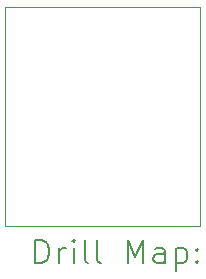
<source format=gbr>
%FSLAX45Y45*%
G04 Gerber Fmt 4.5, Leading zero omitted, Abs format (unit mm)*
G04 Created by KiCad (PCBNEW (6.0.0)) date 2023-04-21 15:57:33*
%MOMM*%
%LPD*%
G01*
G04 APERTURE LIST*
%TA.AperFunction,Profile*%
%ADD10C,0.100000*%
%TD*%
%ADD11C,0.200000*%
G04 APERTURE END LIST*
D10*
X15677000Y-5795000D02*
X15677000Y-7646000D01*
X14027000Y-5795000D02*
X14027000Y-7646000D01*
X14027000Y-5795000D02*
X15677000Y-5795000D01*
X14027000Y-7646000D02*
X15677000Y-7646000D01*
D11*
X14279619Y-7961476D02*
X14279619Y-7761476D01*
X14327238Y-7761476D01*
X14355809Y-7771000D01*
X14374857Y-7790048D01*
X14384381Y-7809095D01*
X14393905Y-7847190D01*
X14393905Y-7875762D01*
X14384381Y-7913857D01*
X14374857Y-7932905D01*
X14355809Y-7951952D01*
X14327238Y-7961476D01*
X14279619Y-7961476D01*
X14479619Y-7961476D02*
X14479619Y-7828143D01*
X14479619Y-7866238D02*
X14489143Y-7847190D01*
X14498667Y-7837667D01*
X14517714Y-7828143D01*
X14536762Y-7828143D01*
X14603428Y-7961476D02*
X14603428Y-7828143D01*
X14603428Y-7761476D02*
X14593905Y-7771000D01*
X14603428Y-7780524D01*
X14612952Y-7771000D01*
X14603428Y-7761476D01*
X14603428Y-7780524D01*
X14727238Y-7961476D02*
X14708190Y-7951952D01*
X14698667Y-7932905D01*
X14698667Y-7761476D01*
X14832000Y-7961476D02*
X14812952Y-7951952D01*
X14803428Y-7932905D01*
X14803428Y-7761476D01*
X15060571Y-7961476D02*
X15060571Y-7761476D01*
X15127238Y-7904333D01*
X15193905Y-7761476D01*
X15193905Y-7961476D01*
X15374857Y-7961476D02*
X15374857Y-7856714D01*
X15365333Y-7837667D01*
X15346286Y-7828143D01*
X15308190Y-7828143D01*
X15289143Y-7837667D01*
X15374857Y-7951952D02*
X15355809Y-7961476D01*
X15308190Y-7961476D01*
X15289143Y-7951952D01*
X15279619Y-7932905D01*
X15279619Y-7913857D01*
X15289143Y-7894809D01*
X15308190Y-7885286D01*
X15355809Y-7885286D01*
X15374857Y-7875762D01*
X15470095Y-7828143D02*
X15470095Y-8028143D01*
X15470095Y-7837667D02*
X15489143Y-7828143D01*
X15527238Y-7828143D01*
X15546286Y-7837667D01*
X15555809Y-7847190D01*
X15565333Y-7866238D01*
X15565333Y-7923381D01*
X15555809Y-7942428D01*
X15546286Y-7951952D01*
X15527238Y-7961476D01*
X15489143Y-7961476D01*
X15470095Y-7951952D01*
X15651048Y-7942428D02*
X15660571Y-7951952D01*
X15651048Y-7961476D01*
X15641524Y-7951952D01*
X15651048Y-7942428D01*
X15651048Y-7961476D01*
X15651048Y-7837667D02*
X15660571Y-7847190D01*
X15651048Y-7856714D01*
X15641524Y-7847190D01*
X15651048Y-7837667D01*
X15651048Y-7856714D01*
M02*

</source>
